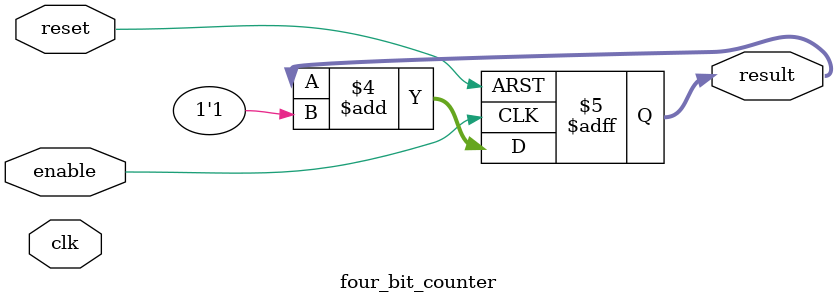
<source format=v>
module four_bit_counter( input clk , input reset , input enable , output reg [ WIDTH -1:0 ] result );

	parameter WIDTH =4;

	always@ (negedge enable, negedge reset) begin
		if (!reset  ) begin
			result <= 4'b0;
		end else if ( !enable ) begin
			result <= result + 1'b1;
		end
	end
endmodule
</source>
